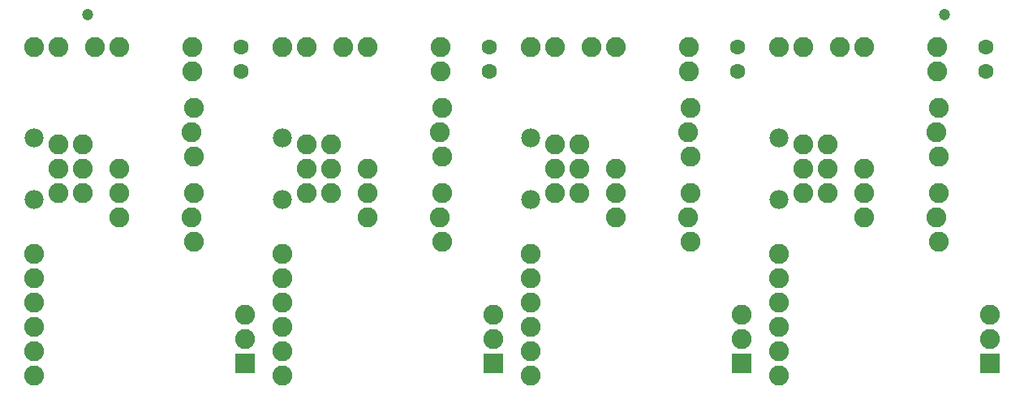
<source format=gbs>
G04 EAGLE Gerber RS-274X export*
G75*
%MOMM*%
%FSLAX34Y34*%
%LPD*%
%INSoldermask Bottom*%
%IPPOS*%
%AMOC8*
5,1,8,0,0,1.08239X$1,22.5*%
G01*
%ADD10C,1.600200*%
%ADD11C,2.082800*%
%ADD12C,1.981200*%
%ADD13R,2.082800X2.082800*%
%ADD14C,1.203200*%


D10*
X228600Y685800D03*
X228600Y660400D03*
X487680Y685800D03*
X487680Y660400D03*
X746760Y685800D03*
X746760Y660400D03*
X1005840Y685800D03*
X1005840Y660400D03*
D11*
X177800Y660400D03*
X177800Y685800D03*
X179070Y622300D03*
X176530Y596900D03*
X179070Y571500D03*
D12*
X12700Y591300D03*
X12700Y526300D03*
D11*
X101600Y558800D03*
X101600Y533400D03*
X101600Y508000D03*
X12700Y342900D03*
X12700Y368300D03*
X12700Y393700D03*
X12700Y419100D03*
X12700Y444500D03*
X12700Y469900D03*
X12700Y685800D03*
X38100Y685800D03*
D13*
X232410Y355600D03*
D11*
X232410Y381000D03*
X232410Y406400D03*
X63500Y584200D03*
X38100Y584200D03*
X63500Y558800D03*
X38100Y558800D03*
X63500Y533400D03*
X38100Y533400D03*
X179070Y533400D03*
X176530Y508000D03*
X179070Y482600D03*
X76200Y685800D03*
X101600Y685800D03*
X436880Y660400D03*
X436880Y685800D03*
X438150Y622300D03*
X435610Y596900D03*
X438150Y571500D03*
D12*
X271780Y591300D03*
X271780Y526300D03*
D11*
X360680Y558800D03*
X360680Y533400D03*
X360680Y508000D03*
X271780Y342900D03*
X271780Y368300D03*
X271780Y393700D03*
X271780Y419100D03*
X271780Y444500D03*
X271780Y469900D03*
X271780Y685800D03*
X297180Y685800D03*
D13*
X491490Y355600D03*
D11*
X491490Y381000D03*
X491490Y406400D03*
X322580Y584200D03*
X297180Y584200D03*
X322580Y558800D03*
X297180Y558800D03*
X322580Y533400D03*
X297180Y533400D03*
X438150Y533400D03*
X435610Y508000D03*
X438150Y482600D03*
X335280Y685800D03*
X360680Y685800D03*
X695960Y660400D03*
X695960Y685800D03*
X697230Y622300D03*
X694690Y596900D03*
X697230Y571500D03*
D12*
X530860Y591300D03*
X530860Y526300D03*
D11*
X619760Y558800D03*
X619760Y533400D03*
X619760Y508000D03*
X530860Y342900D03*
X530860Y368300D03*
X530860Y393700D03*
X530860Y419100D03*
X530860Y444500D03*
X530860Y469900D03*
X530860Y685800D03*
X556260Y685800D03*
D13*
X750570Y355600D03*
D11*
X750570Y381000D03*
X750570Y406400D03*
X581660Y584200D03*
X556260Y584200D03*
X581660Y558800D03*
X556260Y558800D03*
X581660Y533400D03*
X556260Y533400D03*
X697230Y533400D03*
X694690Y508000D03*
X697230Y482600D03*
X594360Y685800D03*
X619760Y685800D03*
X955040Y660400D03*
X955040Y685800D03*
X956310Y622300D03*
X953770Y596900D03*
X956310Y571500D03*
D12*
X789940Y591300D03*
X789940Y526300D03*
D11*
X878840Y558800D03*
X878840Y533400D03*
X878840Y508000D03*
X789940Y342900D03*
X789940Y368300D03*
X789940Y393700D03*
X789940Y419100D03*
X789940Y444500D03*
X789940Y469900D03*
X789940Y685800D03*
X815340Y685800D03*
D13*
X1009650Y355600D03*
D11*
X1009650Y381000D03*
X1009650Y406400D03*
X840740Y584200D03*
X815340Y584200D03*
X840740Y558800D03*
X815340Y558800D03*
X840740Y533400D03*
X815340Y533400D03*
X956310Y533400D03*
X953770Y508000D03*
X956310Y482600D03*
X853440Y685800D03*
X878840Y685800D03*
D14*
X68580Y719455D03*
X962025Y719455D03*
M02*

</source>
